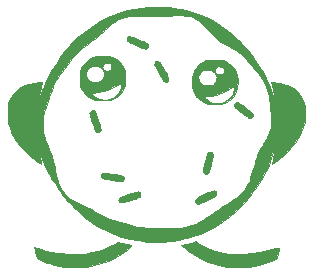
<source format=gts>
G04 #@! TF.FileFunction,Soldermask,Top*
%FSLAX46Y46*%
G04 Gerber Fmt 4.6, Leading zero omitted, Abs format (unit mm)*
G04 Created by KiCad (PCBNEW 4.0.6-e0-6349~53~ubuntu16.04.1) date Sun Nov  5 22:25:15 2017*
%MOMM*%
%LPD*%
G01*
G04 APERTURE LIST*
%ADD10C,0.100000*%
%ADD11C,0.010000*%
G04 APERTURE END LIST*
D10*
D11*
G36*
X43505695Y-55864403D02*
X43670276Y-55912105D01*
X43853686Y-55961716D01*
X44027185Y-56005588D01*
X44104447Y-56023708D01*
X44220634Y-56049744D01*
X44300972Y-56071546D01*
X44344243Y-56095112D01*
X44349229Y-56126442D01*
X44314714Y-56171535D01*
X44239480Y-56236392D01*
X44122308Y-56327010D01*
X44028375Y-56398528D01*
X43475822Y-56789627D01*
X42916060Y-57124885D01*
X42348631Y-57404499D01*
X41773079Y-57628665D01*
X41188947Y-57797582D01*
X40595777Y-57911446D01*
X40490388Y-57925806D01*
X40294183Y-57944571D01*
X40057078Y-57957181D01*
X39794279Y-57963665D01*
X39520991Y-57964049D01*
X39252418Y-57958363D01*
X39003767Y-57946634D01*
X38790243Y-57928890D01*
X38736803Y-57922590D01*
X38260962Y-57842948D01*
X37770863Y-57725614D01*
X37408556Y-57616359D01*
X37235810Y-57556692D01*
X37056747Y-57490063D01*
X36880723Y-57420446D01*
X36717099Y-57351811D01*
X36575232Y-57288132D01*
X36464482Y-57233379D01*
X36394207Y-57191525D01*
X36380118Y-57179885D01*
X36361422Y-57142346D01*
X36333349Y-57063138D01*
X36298921Y-56953362D01*
X36261162Y-56824122D01*
X36223095Y-56686520D01*
X36187742Y-56551660D01*
X36158128Y-56430645D01*
X36137275Y-56334577D01*
X36128206Y-56274560D01*
X36129756Y-56260392D01*
X36159867Y-56263201D01*
X36230320Y-56280447D01*
X36327894Y-56308760D01*
X36365544Y-56320513D01*
X36738611Y-56429289D01*
X37151169Y-56532250D01*
X37586306Y-56625716D01*
X38027109Y-56706003D01*
X38382223Y-56759597D01*
X38590120Y-56782346D01*
X38834772Y-56800226D01*
X39103652Y-56813066D01*
X39384232Y-56820695D01*
X39663988Y-56822942D01*
X39930392Y-56819635D01*
X40170919Y-56810604D01*
X40373041Y-56795678D01*
X40442445Y-56787743D01*
X41023734Y-56689906D01*
X41568793Y-56553208D01*
X42075887Y-56378238D01*
X42543282Y-56165587D01*
X42931722Y-55940426D01*
X43194785Y-55770012D01*
X43505695Y-55864403D01*
X43505695Y-55864403D01*
G37*
X43505695Y-55864403D02*
X43670276Y-55912105D01*
X43853686Y-55961716D01*
X44027185Y-56005588D01*
X44104447Y-56023708D01*
X44220634Y-56049744D01*
X44300972Y-56071546D01*
X44344243Y-56095112D01*
X44349229Y-56126442D01*
X44314714Y-56171535D01*
X44239480Y-56236392D01*
X44122308Y-56327010D01*
X44028375Y-56398528D01*
X43475822Y-56789627D01*
X42916060Y-57124885D01*
X42348631Y-57404499D01*
X41773079Y-57628665D01*
X41188947Y-57797582D01*
X40595777Y-57911446D01*
X40490388Y-57925806D01*
X40294183Y-57944571D01*
X40057078Y-57957181D01*
X39794279Y-57963665D01*
X39520991Y-57964049D01*
X39252418Y-57958363D01*
X39003767Y-57946634D01*
X38790243Y-57928890D01*
X38736803Y-57922590D01*
X38260962Y-57842948D01*
X37770863Y-57725614D01*
X37408556Y-57616359D01*
X37235810Y-57556692D01*
X37056747Y-57490063D01*
X36880723Y-57420446D01*
X36717099Y-57351811D01*
X36575232Y-57288132D01*
X36464482Y-57233379D01*
X36394207Y-57191525D01*
X36380118Y-57179885D01*
X36361422Y-57142346D01*
X36333349Y-57063138D01*
X36298921Y-56953362D01*
X36261162Y-56824122D01*
X36223095Y-56686520D01*
X36187742Y-56551660D01*
X36158128Y-56430645D01*
X36137275Y-56334577D01*
X36128206Y-56274560D01*
X36129756Y-56260392D01*
X36159867Y-56263201D01*
X36230320Y-56280447D01*
X36327894Y-56308760D01*
X36365544Y-56320513D01*
X36738611Y-56429289D01*
X37151169Y-56532250D01*
X37586306Y-56625716D01*
X38027109Y-56706003D01*
X38382223Y-56759597D01*
X38590120Y-56782346D01*
X38834772Y-56800226D01*
X39103652Y-56813066D01*
X39384232Y-56820695D01*
X39663988Y-56822942D01*
X39930392Y-56819635D01*
X40170919Y-56810604D01*
X40373041Y-56795678D01*
X40442445Y-56787743D01*
X41023734Y-56689906D01*
X41568793Y-56553208D01*
X42075887Y-56378238D01*
X42543282Y-56165587D01*
X42931722Y-55940426D01*
X43194785Y-55770012D01*
X43505695Y-55864403D01*
G36*
X49985465Y-55889118D02*
X50286852Y-56076521D01*
X50630602Y-56252289D01*
X51002894Y-56410179D01*
X51389906Y-56543949D01*
X51519667Y-56582064D01*
X52072020Y-56709604D01*
X52654252Y-56791494D01*
X53263256Y-56827883D01*
X53895924Y-56818924D01*
X54549150Y-56764767D01*
X55219825Y-56665564D01*
X55904843Y-56521467D01*
X56592612Y-56335178D01*
X56730744Y-56296699D01*
X56822316Y-56278096D01*
X56864817Y-56279828D01*
X56867645Y-56284957D01*
X56861022Y-56322417D01*
X56842847Y-56404290D01*
X56815518Y-56520293D01*
X56781432Y-56660146D01*
X56761358Y-56740777D01*
X56655203Y-57164111D01*
X56359324Y-57310612D01*
X56165212Y-57398984D01*
X55932742Y-57492438D01*
X55678892Y-57584921D01*
X55420638Y-57670381D01*
X55174959Y-57742767D01*
X55070051Y-57770205D01*
X54830121Y-57826916D01*
X54612163Y-57870924D01*
X54402344Y-57903844D01*
X54186829Y-57927291D01*
X53951785Y-57942882D01*
X53683377Y-57952231D01*
X53481112Y-57955769D01*
X53274954Y-57957159D01*
X53074794Y-57956315D01*
X52891709Y-57953448D01*
X52736776Y-57948772D01*
X52621073Y-57942499D01*
X52578000Y-57938425D01*
X51987907Y-57837884D01*
X51401247Y-57682579D01*
X50821876Y-57474189D01*
X50253652Y-57214392D01*
X49700431Y-56904868D01*
X49166070Y-56547294D01*
X48877974Y-56327862D01*
X48588554Y-56097291D01*
X49011288Y-55992828D01*
X49176356Y-55950960D01*
X49338933Y-55907826D01*
X49483278Y-55867727D01*
X49593652Y-55834965D01*
X49619976Y-55826484D01*
X49805931Y-55764603D01*
X49985465Y-55889118D01*
X49985465Y-55889118D01*
G37*
X49985465Y-55889118D02*
X50286852Y-56076521D01*
X50630602Y-56252289D01*
X51002894Y-56410179D01*
X51389906Y-56543949D01*
X51519667Y-56582064D01*
X52072020Y-56709604D01*
X52654252Y-56791494D01*
X53263256Y-56827883D01*
X53895924Y-56818924D01*
X54549150Y-56764767D01*
X55219825Y-56665564D01*
X55904843Y-56521467D01*
X56592612Y-56335178D01*
X56730744Y-56296699D01*
X56822316Y-56278096D01*
X56864817Y-56279828D01*
X56867645Y-56284957D01*
X56861022Y-56322417D01*
X56842847Y-56404290D01*
X56815518Y-56520293D01*
X56781432Y-56660146D01*
X56761358Y-56740777D01*
X56655203Y-57164111D01*
X56359324Y-57310612D01*
X56165212Y-57398984D01*
X55932742Y-57492438D01*
X55678892Y-57584921D01*
X55420638Y-57670381D01*
X55174959Y-57742767D01*
X55070051Y-57770205D01*
X54830121Y-57826916D01*
X54612163Y-57870924D01*
X54402344Y-57903844D01*
X54186829Y-57927291D01*
X53951785Y-57942882D01*
X53683377Y-57952231D01*
X53481112Y-57955769D01*
X53274954Y-57957159D01*
X53074794Y-57956315D01*
X52891709Y-57953448D01*
X52736776Y-57948772D01*
X52621073Y-57942499D01*
X52578000Y-57938425D01*
X51987907Y-57837884D01*
X51401247Y-57682579D01*
X50821876Y-57474189D01*
X50253652Y-57214392D01*
X49700431Y-56904868D01*
X49166070Y-56547294D01*
X48877974Y-56327862D01*
X48588554Y-56097291D01*
X49011288Y-55992828D01*
X49176356Y-55950960D01*
X49338933Y-55907826D01*
X49483278Y-55867727D01*
X49593652Y-55834965D01*
X49619976Y-55826484D01*
X49805931Y-55764603D01*
X49985465Y-55889118D01*
G36*
X46636552Y-35905500D02*
X46917958Y-35911801D01*
X47189295Y-35922066D01*
X47438172Y-35936042D01*
X47652196Y-35953475D01*
X47780223Y-35968365D01*
X48535579Y-36100316D01*
X49268859Y-36283766D01*
X49979035Y-36518264D01*
X50665075Y-36803356D01*
X51325952Y-37138589D01*
X51960634Y-37523510D01*
X52568092Y-37957667D01*
X52888445Y-38215787D01*
X53084359Y-38387831D01*
X53302096Y-38591899D01*
X53530188Y-38816281D01*
X53757167Y-39049269D01*
X53971565Y-39279153D01*
X54161914Y-39494225D01*
X54281472Y-39638111D01*
X54393335Y-39783624D01*
X54527469Y-39967739D01*
X54677194Y-40180603D01*
X54835829Y-40412361D01*
X54996696Y-40653162D01*
X55153113Y-40893152D01*
X55298403Y-41122476D01*
X55399745Y-41287672D01*
X55638180Y-41711799D01*
X55868638Y-42177240D01*
X56084283Y-42668877D01*
X56278281Y-43171590D01*
X56365408Y-43423525D01*
X56409221Y-43552301D01*
X56447221Y-43657969D01*
X56475818Y-43730986D01*
X56491424Y-43761808D01*
X56492704Y-43762037D01*
X56494682Y-43728278D01*
X56486194Y-43648933D01*
X56468976Y-43533524D01*
X56444765Y-43391574D01*
X56415297Y-43232606D01*
X56382309Y-43066144D01*
X56347539Y-42901708D01*
X56312722Y-42748824D01*
X56293902Y-42672000D01*
X56259674Y-42533837D01*
X56231992Y-42416655D01*
X56213141Y-42330571D01*
X56205410Y-42285701D01*
X56205679Y-42281673D01*
X56239808Y-42276998D01*
X56318548Y-42280765D01*
X56430943Y-42291519D01*
X56566032Y-42307805D01*
X56712859Y-42328168D01*
X56860464Y-42351153D01*
X56997890Y-42375306D01*
X57114179Y-42399170D01*
X57144299Y-42406301D01*
X57531745Y-42525414D01*
X57875834Y-42680646D01*
X58176696Y-42872138D01*
X58434465Y-43100028D01*
X58649272Y-43364455D01*
X58821248Y-43665559D01*
X58950527Y-44003479D01*
X59037240Y-44378353D01*
X59041984Y-44407666D01*
X59063588Y-44608832D01*
X59072976Y-44844890D01*
X59070558Y-45095719D01*
X59056743Y-45341197D01*
X59031940Y-45561202D01*
X59016729Y-45649444D01*
X58900088Y-46095280D01*
X58728268Y-46535487D01*
X58502399Y-46968367D01*
X58223611Y-47392225D01*
X57893032Y-47805364D01*
X57511792Y-48206088D01*
X57081021Y-48592700D01*
X57028820Y-48635801D01*
X56885159Y-48751032D01*
X56742497Y-48861174D01*
X56607538Y-48961504D01*
X56486985Y-49047303D01*
X56387541Y-49113850D01*
X56315910Y-49156426D01*
X56278796Y-49170309D01*
X56275112Y-49166553D01*
X56281185Y-49127041D01*
X56297365Y-49047411D01*
X56320593Y-48942432D01*
X56329758Y-48902711D01*
X56358720Y-48770872D01*
X56388822Y-48620852D01*
X56418253Y-48463345D01*
X56445203Y-48309044D01*
X56467865Y-48168646D01*
X56484428Y-48052842D01*
X56493082Y-47972329D01*
X56492764Y-47939289D01*
X56480691Y-47951586D01*
X56455673Y-48008607D01*
X56421370Y-48101127D01*
X56381669Y-48219221D01*
X56197672Y-48739343D01*
X55980727Y-49265347D01*
X55739472Y-49777928D01*
X55482546Y-50257779D01*
X55425806Y-50355296D01*
X55296478Y-50568806D01*
X55149547Y-50802370D01*
X54991767Y-51045935D01*
X54829891Y-51289449D01*
X54670675Y-51522858D01*
X54520873Y-51736108D01*
X54387239Y-51919145D01*
X54292755Y-52041777D01*
X53806191Y-52606693D01*
X53281415Y-53132302D01*
X52721420Y-53616557D01*
X52129201Y-54057412D01*
X51507751Y-54452819D01*
X50860064Y-54800730D01*
X50189134Y-55099098D01*
X49497953Y-55345876D01*
X49431223Y-55366600D01*
X48906334Y-55510741D01*
X48358331Y-55630149D01*
X47810890Y-55720141D01*
X47413334Y-55765659D01*
X47300450Y-55773089D01*
X47145556Y-55779299D01*
X46959507Y-55784222D01*
X46753158Y-55787789D01*
X46537364Y-55789932D01*
X46322980Y-55790584D01*
X46120860Y-55789676D01*
X45941861Y-55787140D01*
X45796836Y-55782908D01*
X45696640Y-55776913D01*
X45691778Y-55776444D01*
X44932802Y-55677671D01*
X44207785Y-55535421D01*
X43512916Y-55348166D01*
X42844386Y-55114375D01*
X42198384Y-54832519D01*
X41571099Y-54501068D01*
X40958722Y-54118492D01*
X40357442Y-53683262D01*
X40230778Y-53583878D01*
X40083901Y-53460380D01*
X39909632Y-53302984D01*
X39717085Y-53120843D01*
X39515377Y-52923111D01*
X39313619Y-52718941D01*
X39120928Y-52517484D01*
X38946416Y-52327895D01*
X38799199Y-52159326D01*
X38737334Y-52084111D01*
X38641588Y-51959227D01*
X38522467Y-51795680D01*
X38386284Y-51602814D01*
X38239351Y-51389971D01*
X38087982Y-51166496D01*
X37938487Y-50941733D01*
X37797181Y-50725024D01*
X37670375Y-50525714D01*
X37564381Y-50353146D01*
X37538812Y-50310074D01*
X37244591Y-49766569D01*
X36973184Y-49176814D01*
X36727548Y-48547396D01*
X36658907Y-48350591D01*
X36609132Y-48206321D01*
X36565336Y-48083803D01*
X36530736Y-47991691D01*
X36508551Y-47938636D01*
X36502212Y-47929270D01*
X36501442Y-47961354D01*
X36510208Y-48038598D01*
X36526755Y-48150858D01*
X36549325Y-48287990D01*
X36576162Y-48439850D01*
X36605511Y-48596295D01*
X36635614Y-48747181D01*
X36664715Y-48882365D01*
X36674803Y-48926059D01*
X36703426Y-49048337D01*
X36726465Y-49148928D01*
X36741248Y-49216022D01*
X36745334Y-49237719D01*
X36723770Y-49228290D01*
X36665404Y-49192562D01*
X36579722Y-49136537D01*
X36498389Y-49081483D01*
X36082630Y-48775572D01*
X35685490Y-48442625D01*
X35315402Y-48090862D01*
X34980801Y-47728506D01*
X34690122Y-47363775D01*
X34588759Y-47220124D01*
X34373918Y-46866488D01*
X34188200Y-46485646D01*
X34038182Y-46093307D01*
X33981022Y-45887391D01*
X36834461Y-45887391D01*
X36843410Y-46095635D01*
X36867867Y-46309207D01*
X36909426Y-46534911D01*
X36969677Y-46779553D01*
X37050215Y-47049939D01*
X37152633Y-47352876D01*
X37278522Y-47695168D01*
X37362850Y-47914234D01*
X37460882Y-48167002D01*
X37541336Y-48379250D01*
X37607831Y-48562769D01*
X37663986Y-48729352D01*
X37713420Y-48890792D01*
X37759751Y-49058881D01*
X37806598Y-49245412D01*
X37857579Y-49462177D01*
X37913712Y-49709404D01*
X38005230Y-50098404D01*
X38093187Y-50435107D01*
X38178836Y-50723453D01*
X38263428Y-50967384D01*
X38348215Y-51170842D01*
X38426632Y-51324198D01*
X38540364Y-51510984D01*
X38658971Y-51676724D01*
X38788541Y-51826070D01*
X38935164Y-51963675D01*
X39104927Y-52094190D01*
X39303921Y-52222267D01*
X39538235Y-52352559D01*
X39813956Y-52489717D01*
X40137175Y-52638394D01*
X40160223Y-52648678D01*
X40380504Y-52747524D01*
X40559747Y-52830112D01*
X40708871Y-52902232D01*
X40838798Y-52969674D01*
X40960450Y-53038226D01*
X41084749Y-53113679D01*
X41222615Y-53201820D01*
X41303313Y-53254603D01*
X41462825Y-53356521D01*
X41617163Y-53448080D01*
X41773190Y-53532127D01*
X41937769Y-53611511D01*
X42117763Y-53689076D01*
X42320034Y-53767672D01*
X42551445Y-53850143D01*
X42818858Y-53939338D01*
X43129137Y-54038103D01*
X43377556Y-54115085D01*
X43740162Y-54225057D01*
X44058898Y-54317742D01*
X44343085Y-54394741D01*
X44602044Y-54457656D01*
X44845094Y-54508088D01*
X45081556Y-54547639D01*
X45320751Y-54577910D01*
X45572000Y-54600502D01*
X45844622Y-54617018D01*
X46147939Y-54629057D01*
X46411445Y-54636362D01*
X46727275Y-54643918D01*
X46992963Y-54650036D01*
X47214794Y-54654718D01*
X47399050Y-54657966D01*
X47552017Y-54659780D01*
X47679979Y-54660162D01*
X47789219Y-54659112D01*
X47886022Y-54656633D01*
X47976672Y-54652725D01*
X48067453Y-54647389D01*
X48164649Y-54640627D01*
X48217667Y-54636708D01*
X48551828Y-54602683D01*
X48870661Y-54550216D01*
X49180192Y-54476687D01*
X49486449Y-54379477D01*
X49795456Y-54255964D01*
X50113242Y-54103530D01*
X50445832Y-53919554D01*
X50799252Y-53701416D01*
X51179530Y-53446497D01*
X51533778Y-53195027D01*
X51696415Y-53079355D01*
X51889415Y-52945672D01*
X52095278Y-52805886D01*
X52296505Y-52671908D01*
X52436889Y-52580446D01*
X52736617Y-52384877D01*
X52992474Y-52211509D01*
X53210213Y-52055642D01*
X53395585Y-51912577D01*
X53554343Y-51777615D01*
X53692238Y-51646056D01*
X53815023Y-51513202D01*
X53928450Y-51374353D01*
X53953583Y-51341388D01*
X54071234Y-51176296D01*
X54175765Y-51008406D01*
X54270122Y-50830375D01*
X54357253Y-50634856D01*
X54440103Y-50414504D01*
X54521619Y-50161974D01*
X54604747Y-49869920D01*
X54692432Y-49530997D01*
X54712889Y-49448352D01*
X54781503Y-49172085D01*
X54841460Y-48941184D01*
X54896770Y-48746012D01*
X54951443Y-48576930D01*
X55009487Y-48424300D01*
X55074913Y-48278483D01*
X55151730Y-48129843D01*
X55243948Y-47968739D01*
X55355576Y-47785535D01*
X55490623Y-47570591D01*
X55500608Y-47554817D01*
X55684319Y-47255762D01*
X55833533Y-46991980D01*
X55951272Y-46756578D01*
X56040557Y-46542660D01*
X56104411Y-46343331D01*
X56145856Y-46151695D01*
X56159789Y-46050707D01*
X56167173Y-45938173D01*
X56170256Y-45779652D01*
X56169407Y-45585410D01*
X56164998Y-45365711D01*
X56157398Y-45130820D01*
X56146978Y-44891000D01*
X56134108Y-44656518D01*
X56119158Y-44437637D01*
X56102498Y-44244622D01*
X56090749Y-44136421D01*
X56066323Y-43955128D01*
X56035305Y-43754926D01*
X56002004Y-43562387D01*
X55975854Y-43428084D01*
X55913524Y-43155902D01*
X55844113Y-42908618D01*
X55763452Y-42678428D01*
X55667372Y-42457529D01*
X55551705Y-42238117D01*
X55412281Y-42012390D01*
X55244930Y-41772542D01*
X55045485Y-41510771D01*
X54809775Y-41219272D01*
X54770379Y-41171714D01*
X54633527Y-41006429D01*
X54494408Y-40837483D01*
X54361874Y-40675694D01*
X54244780Y-40531880D01*
X54151980Y-40416861D01*
X54127347Y-40386000D01*
X53990821Y-40220960D01*
X53856851Y-40075107D01*
X53717813Y-39942666D01*
X53566081Y-39817863D01*
X53394031Y-39694923D01*
X53194037Y-39568072D01*
X52958475Y-39431536D01*
X52679719Y-39279540D01*
X52634445Y-39255441D01*
X52371028Y-39114293D01*
X52150062Y-38991798D01*
X51963374Y-38881648D01*
X51802789Y-38777537D01*
X51660132Y-38673156D01*
X51527229Y-38562198D01*
X51395907Y-38438356D01*
X51257990Y-38295323D01*
X51105305Y-38126791D01*
X50965617Y-37967746D01*
X50830908Y-37814984D01*
X50695828Y-37665057D01*
X50568995Y-37527293D01*
X50459025Y-37411019D01*
X50374535Y-37325561D01*
X50355590Y-37307463D01*
X50179224Y-37156555D01*
X49987641Y-37016715D01*
X49796570Y-36898394D01*
X49621743Y-36812042D01*
X49592294Y-36800352D01*
X49315052Y-36716333D01*
X48996583Y-36656887D01*
X48646978Y-36623081D01*
X48276327Y-36615979D01*
X47977778Y-36629764D01*
X47660770Y-36653339D01*
X47391823Y-36672706D01*
X47162725Y-36688029D01*
X46965263Y-36699471D01*
X46791224Y-36707198D01*
X46632394Y-36711372D01*
X46480561Y-36712157D01*
X46327513Y-36709718D01*
X46165035Y-36704219D01*
X45984914Y-36695823D01*
X45778939Y-36684694D01*
X45635149Y-36676522D01*
X45269845Y-36657745D01*
X44953497Y-36646688D01*
X44679084Y-36643857D01*
X44439580Y-36649756D01*
X44227962Y-36664891D01*
X44037206Y-36689767D01*
X43860289Y-36724888D01*
X43690186Y-36770759D01*
X43519873Y-36827885D01*
X43517471Y-36828761D01*
X43353807Y-36894040D01*
X43197003Y-36969410D01*
X43040902Y-37059365D01*
X42879346Y-37168400D01*
X42706178Y-37301009D01*
X42515240Y-37461685D01*
X42300374Y-37654924D01*
X42055422Y-37885219D01*
X42008778Y-37929882D01*
X41677755Y-38235372D01*
X41342394Y-38518765D01*
X40978667Y-38800403D01*
X40687004Y-39019645D01*
X40434806Y-39214425D01*
X40214761Y-39391867D01*
X40019555Y-39559094D01*
X39841875Y-39723232D01*
X39674409Y-39891404D01*
X39509844Y-40070736D01*
X39340865Y-40268351D01*
X39160162Y-40491374D01*
X38960419Y-40746929D01*
X38899844Y-40825595D01*
X38670522Y-41125960D01*
X38473355Y-41389028D01*
X38304605Y-41621064D01*
X38160533Y-41828333D01*
X38037399Y-42017098D01*
X37931464Y-42193625D01*
X37838990Y-42364177D01*
X37756237Y-42535020D01*
X37679467Y-42712417D01*
X37604940Y-42902634D01*
X37528918Y-43111934D01*
X37519855Y-43137666D01*
X37389504Y-43510576D01*
X37277396Y-43836021D01*
X37182075Y-44119433D01*
X37102088Y-44366244D01*
X37035978Y-44581883D01*
X36982292Y-44771784D01*
X36939574Y-44941376D01*
X36906369Y-45096092D01*
X36881222Y-45241363D01*
X36862678Y-45382620D01*
X36849282Y-45525294D01*
X36839579Y-45674817D01*
X36839426Y-45677666D01*
X36834461Y-45887391D01*
X33981022Y-45887391D01*
X33930441Y-45705180D01*
X33907548Y-45593000D01*
X33884545Y-45417860D01*
X33871719Y-45206135D01*
X33868651Y-44973100D01*
X33874926Y-44734027D01*
X33890125Y-44504191D01*
X33913830Y-44298866D01*
X33945625Y-44133324D01*
X33947662Y-44125444D01*
X34017529Y-43910305D01*
X34113401Y-43686509D01*
X34226523Y-43471049D01*
X34348140Y-43280921D01*
X34446019Y-43158088D01*
X34701684Y-42917974D01*
X34999170Y-42715764D01*
X35338475Y-42551460D01*
X35719595Y-42425064D01*
X36142527Y-42336576D01*
X36545022Y-42290388D01*
X36668012Y-42281682D01*
X36744415Y-42279148D01*
X36783879Y-42284068D01*
X36796049Y-42297724D01*
X36790572Y-42321398D01*
X36789980Y-42322941D01*
X36767275Y-42394660D01*
X36736812Y-42509022D01*
X36701514Y-42653244D01*
X36664306Y-42814546D01*
X36628113Y-42980144D01*
X36595859Y-43137259D01*
X36570471Y-43273107D01*
X36564666Y-43307582D01*
X36543189Y-43439476D01*
X36523325Y-43561240D01*
X36507996Y-43654982D01*
X36502574Y-43688000D01*
X36494600Y-43750911D01*
X36499248Y-43768192D01*
X36517275Y-43738187D01*
X36549439Y-43659239D01*
X36596497Y-43529691D01*
X36659205Y-43347885D01*
X36662712Y-43337551D01*
X36787699Y-42984031D01*
X36916522Y-42652300D01*
X37053622Y-42333668D01*
X37203436Y-42019444D01*
X37370404Y-41700939D01*
X37558966Y-41369463D01*
X37773560Y-41016325D01*
X38018627Y-40632835D01*
X38134539Y-40456348D01*
X38352892Y-40133836D01*
X38557404Y-39849337D01*
X38758429Y-39589868D01*
X38966324Y-39342448D01*
X39191441Y-39094092D01*
X39369514Y-38907911D01*
X39915343Y-38387196D01*
X40492322Y-37912694D01*
X41098287Y-37485432D01*
X41731073Y-37106436D01*
X42388515Y-36776732D01*
X43068449Y-36497349D01*
X43768709Y-36269312D01*
X44487133Y-36093648D01*
X45221554Y-35971385D01*
X45658077Y-35924999D01*
X45855840Y-35912913D01*
X46093101Y-35905803D01*
X46357469Y-35903416D01*
X46636552Y-35905500D01*
X46636552Y-35905500D01*
G37*
X46636552Y-35905500D02*
X46917958Y-35911801D01*
X47189295Y-35922066D01*
X47438172Y-35936042D01*
X47652196Y-35953475D01*
X47780223Y-35968365D01*
X48535579Y-36100316D01*
X49268859Y-36283766D01*
X49979035Y-36518264D01*
X50665075Y-36803356D01*
X51325952Y-37138589D01*
X51960634Y-37523510D01*
X52568092Y-37957667D01*
X52888445Y-38215787D01*
X53084359Y-38387831D01*
X53302096Y-38591899D01*
X53530188Y-38816281D01*
X53757167Y-39049269D01*
X53971565Y-39279153D01*
X54161914Y-39494225D01*
X54281472Y-39638111D01*
X54393335Y-39783624D01*
X54527469Y-39967739D01*
X54677194Y-40180603D01*
X54835829Y-40412361D01*
X54996696Y-40653162D01*
X55153113Y-40893152D01*
X55298403Y-41122476D01*
X55399745Y-41287672D01*
X55638180Y-41711799D01*
X55868638Y-42177240D01*
X56084283Y-42668877D01*
X56278281Y-43171590D01*
X56365408Y-43423525D01*
X56409221Y-43552301D01*
X56447221Y-43657969D01*
X56475818Y-43730986D01*
X56491424Y-43761808D01*
X56492704Y-43762037D01*
X56494682Y-43728278D01*
X56486194Y-43648933D01*
X56468976Y-43533524D01*
X56444765Y-43391574D01*
X56415297Y-43232606D01*
X56382309Y-43066144D01*
X56347539Y-42901708D01*
X56312722Y-42748824D01*
X56293902Y-42672000D01*
X56259674Y-42533837D01*
X56231992Y-42416655D01*
X56213141Y-42330571D01*
X56205410Y-42285701D01*
X56205679Y-42281673D01*
X56239808Y-42276998D01*
X56318548Y-42280765D01*
X56430943Y-42291519D01*
X56566032Y-42307805D01*
X56712859Y-42328168D01*
X56860464Y-42351153D01*
X56997890Y-42375306D01*
X57114179Y-42399170D01*
X57144299Y-42406301D01*
X57531745Y-42525414D01*
X57875834Y-42680646D01*
X58176696Y-42872138D01*
X58434465Y-43100028D01*
X58649272Y-43364455D01*
X58821248Y-43665559D01*
X58950527Y-44003479D01*
X59037240Y-44378353D01*
X59041984Y-44407666D01*
X59063588Y-44608832D01*
X59072976Y-44844890D01*
X59070558Y-45095719D01*
X59056743Y-45341197D01*
X59031940Y-45561202D01*
X59016729Y-45649444D01*
X58900088Y-46095280D01*
X58728268Y-46535487D01*
X58502399Y-46968367D01*
X58223611Y-47392225D01*
X57893032Y-47805364D01*
X57511792Y-48206088D01*
X57081021Y-48592700D01*
X57028820Y-48635801D01*
X56885159Y-48751032D01*
X56742497Y-48861174D01*
X56607538Y-48961504D01*
X56486985Y-49047303D01*
X56387541Y-49113850D01*
X56315910Y-49156426D01*
X56278796Y-49170309D01*
X56275112Y-49166553D01*
X56281185Y-49127041D01*
X56297365Y-49047411D01*
X56320593Y-48942432D01*
X56329758Y-48902711D01*
X56358720Y-48770872D01*
X56388822Y-48620852D01*
X56418253Y-48463345D01*
X56445203Y-48309044D01*
X56467865Y-48168646D01*
X56484428Y-48052842D01*
X56493082Y-47972329D01*
X56492764Y-47939289D01*
X56480691Y-47951586D01*
X56455673Y-48008607D01*
X56421370Y-48101127D01*
X56381669Y-48219221D01*
X56197672Y-48739343D01*
X55980727Y-49265347D01*
X55739472Y-49777928D01*
X55482546Y-50257779D01*
X55425806Y-50355296D01*
X55296478Y-50568806D01*
X55149547Y-50802370D01*
X54991767Y-51045935D01*
X54829891Y-51289449D01*
X54670675Y-51522858D01*
X54520873Y-51736108D01*
X54387239Y-51919145D01*
X54292755Y-52041777D01*
X53806191Y-52606693D01*
X53281415Y-53132302D01*
X52721420Y-53616557D01*
X52129201Y-54057412D01*
X51507751Y-54452819D01*
X50860064Y-54800730D01*
X50189134Y-55099098D01*
X49497953Y-55345876D01*
X49431223Y-55366600D01*
X48906334Y-55510741D01*
X48358331Y-55630149D01*
X47810890Y-55720141D01*
X47413334Y-55765659D01*
X47300450Y-55773089D01*
X47145556Y-55779299D01*
X46959507Y-55784222D01*
X46753158Y-55787789D01*
X46537364Y-55789932D01*
X46322980Y-55790584D01*
X46120860Y-55789676D01*
X45941861Y-55787140D01*
X45796836Y-55782908D01*
X45696640Y-55776913D01*
X45691778Y-55776444D01*
X44932802Y-55677671D01*
X44207785Y-55535421D01*
X43512916Y-55348166D01*
X42844386Y-55114375D01*
X42198384Y-54832519D01*
X41571099Y-54501068D01*
X40958722Y-54118492D01*
X40357442Y-53683262D01*
X40230778Y-53583878D01*
X40083901Y-53460380D01*
X39909632Y-53302984D01*
X39717085Y-53120843D01*
X39515377Y-52923111D01*
X39313619Y-52718941D01*
X39120928Y-52517484D01*
X38946416Y-52327895D01*
X38799199Y-52159326D01*
X38737334Y-52084111D01*
X38641588Y-51959227D01*
X38522467Y-51795680D01*
X38386284Y-51602814D01*
X38239351Y-51389971D01*
X38087982Y-51166496D01*
X37938487Y-50941733D01*
X37797181Y-50725024D01*
X37670375Y-50525714D01*
X37564381Y-50353146D01*
X37538812Y-50310074D01*
X37244591Y-49766569D01*
X36973184Y-49176814D01*
X36727548Y-48547396D01*
X36658907Y-48350591D01*
X36609132Y-48206321D01*
X36565336Y-48083803D01*
X36530736Y-47991691D01*
X36508551Y-47938636D01*
X36502212Y-47929270D01*
X36501442Y-47961354D01*
X36510208Y-48038598D01*
X36526755Y-48150858D01*
X36549325Y-48287990D01*
X36576162Y-48439850D01*
X36605511Y-48596295D01*
X36635614Y-48747181D01*
X36664715Y-48882365D01*
X36674803Y-48926059D01*
X36703426Y-49048337D01*
X36726465Y-49148928D01*
X36741248Y-49216022D01*
X36745334Y-49237719D01*
X36723770Y-49228290D01*
X36665404Y-49192562D01*
X36579722Y-49136537D01*
X36498389Y-49081483D01*
X36082630Y-48775572D01*
X35685490Y-48442625D01*
X35315402Y-48090862D01*
X34980801Y-47728506D01*
X34690122Y-47363775D01*
X34588759Y-47220124D01*
X34373918Y-46866488D01*
X34188200Y-46485646D01*
X34038182Y-46093307D01*
X33981022Y-45887391D01*
X36834461Y-45887391D01*
X36843410Y-46095635D01*
X36867867Y-46309207D01*
X36909426Y-46534911D01*
X36969677Y-46779553D01*
X37050215Y-47049939D01*
X37152633Y-47352876D01*
X37278522Y-47695168D01*
X37362850Y-47914234D01*
X37460882Y-48167002D01*
X37541336Y-48379250D01*
X37607831Y-48562769D01*
X37663986Y-48729352D01*
X37713420Y-48890792D01*
X37759751Y-49058881D01*
X37806598Y-49245412D01*
X37857579Y-49462177D01*
X37913712Y-49709404D01*
X38005230Y-50098404D01*
X38093187Y-50435107D01*
X38178836Y-50723453D01*
X38263428Y-50967384D01*
X38348215Y-51170842D01*
X38426632Y-51324198D01*
X38540364Y-51510984D01*
X38658971Y-51676724D01*
X38788541Y-51826070D01*
X38935164Y-51963675D01*
X39104927Y-52094190D01*
X39303921Y-52222267D01*
X39538235Y-52352559D01*
X39813956Y-52489717D01*
X40137175Y-52638394D01*
X40160223Y-52648678D01*
X40380504Y-52747524D01*
X40559747Y-52830112D01*
X40708871Y-52902232D01*
X40838798Y-52969674D01*
X40960450Y-53038226D01*
X41084749Y-53113679D01*
X41222615Y-53201820D01*
X41303313Y-53254603D01*
X41462825Y-53356521D01*
X41617163Y-53448080D01*
X41773190Y-53532127D01*
X41937769Y-53611511D01*
X42117763Y-53689076D01*
X42320034Y-53767672D01*
X42551445Y-53850143D01*
X42818858Y-53939338D01*
X43129137Y-54038103D01*
X43377556Y-54115085D01*
X43740162Y-54225057D01*
X44058898Y-54317742D01*
X44343085Y-54394741D01*
X44602044Y-54457656D01*
X44845094Y-54508088D01*
X45081556Y-54547639D01*
X45320751Y-54577910D01*
X45572000Y-54600502D01*
X45844622Y-54617018D01*
X46147939Y-54629057D01*
X46411445Y-54636362D01*
X46727275Y-54643918D01*
X46992963Y-54650036D01*
X47214794Y-54654718D01*
X47399050Y-54657966D01*
X47552017Y-54659780D01*
X47679979Y-54660162D01*
X47789219Y-54659112D01*
X47886022Y-54656633D01*
X47976672Y-54652725D01*
X48067453Y-54647389D01*
X48164649Y-54640627D01*
X48217667Y-54636708D01*
X48551828Y-54602683D01*
X48870661Y-54550216D01*
X49180192Y-54476687D01*
X49486449Y-54379477D01*
X49795456Y-54255964D01*
X50113242Y-54103530D01*
X50445832Y-53919554D01*
X50799252Y-53701416D01*
X51179530Y-53446497D01*
X51533778Y-53195027D01*
X51696415Y-53079355D01*
X51889415Y-52945672D01*
X52095278Y-52805886D01*
X52296505Y-52671908D01*
X52436889Y-52580446D01*
X52736617Y-52384877D01*
X52992474Y-52211509D01*
X53210213Y-52055642D01*
X53395585Y-51912577D01*
X53554343Y-51777615D01*
X53692238Y-51646056D01*
X53815023Y-51513202D01*
X53928450Y-51374353D01*
X53953583Y-51341388D01*
X54071234Y-51176296D01*
X54175765Y-51008406D01*
X54270122Y-50830375D01*
X54357253Y-50634856D01*
X54440103Y-50414504D01*
X54521619Y-50161974D01*
X54604747Y-49869920D01*
X54692432Y-49530997D01*
X54712889Y-49448352D01*
X54781503Y-49172085D01*
X54841460Y-48941184D01*
X54896770Y-48746012D01*
X54951443Y-48576930D01*
X55009487Y-48424300D01*
X55074913Y-48278483D01*
X55151730Y-48129843D01*
X55243948Y-47968739D01*
X55355576Y-47785535D01*
X55490623Y-47570591D01*
X55500608Y-47554817D01*
X55684319Y-47255762D01*
X55833533Y-46991980D01*
X55951272Y-46756578D01*
X56040557Y-46542660D01*
X56104411Y-46343331D01*
X56145856Y-46151695D01*
X56159789Y-46050707D01*
X56167173Y-45938173D01*
X56170256Y-45779652D01*
X56169407Y-45585410D01*
X56164998Y-45365711D01*
X56157398Y-45130820D01*
X56146978Y-44891000D01*
X56134108Y-44656518D01*
X56119158Y-44437637D01*
X56102498Y-44244622D01*
X56090749Y-44136421D01*
X56066323Y-43955128D01*
X56035305Y-43754926D01*
X56002004Y-43562387D01*
X55975854Y-43428084D01*
X55913524Y-43155902D01*
X55844113Y-42908618D01*
X55763452Y-42678428D01*
X55667372Y-42457529D01*
X55551705Y-42238117D01*
X55412281Y-42012390D01*
X55244930Y-41772542D01*
X55045485Y-41510771D01*
X54809775Y-41219272D01*
X54770379Y-41171714D01*
X54633527Y-41006429D01*
X54494408Y-40837483D01*
X54361874Y-40675694D01*
X54244780Y-40531880D01*
X54151980Y-40416861D01*
X54127347Y-40386000D01*
X53990821Y-40220960D01*
X53856851Y-40075107D01*
X53717813Y-39942666D01*
X53566081Y-39817863D01*
X53394031Y-39694923D01*
X53194037Y-39568072D01*
X52958475Y-39431536D01*
X52679719Y-39279540D01*
X52634445Y-39255441D01*
X52371028Y-39114293D01*
X52150062Y-38991798D01*
X51963374Y-38881648D01*
X51802789Y-38777537D01*
X51660132Y-38673156D01*
X51527229Y-38562198D01*
X51395907Y-38438356D01*
X51257990Y-38295323D01*
X51105305Y-38126791D01*
X50965617Y-37967746D01*
X50830908Y-37814984D01*
X50695828Y-37665057D01*
X50568995Y-37527293D01*
X50459025Y-37411019D01*
X50374535Y-37325561D01*
X50355590Y-37307463D01*
X50179224Y-37156555D01*
X49987641Y-37016715D01*
X49796570Y-36898394D01*
X49621743Y-36812042D01*
X49592294Y-36800352D01*
X49315052Y-36716333D01*
X48996583Y-36656887D01*
X48646978Y-36623081D01*
X48276327Y-36615979D01*
X47977778Y-36629764D01*
X47660770Y-36653339D01*
X47391823Y-36672706D01*
X47162725Y-36688029D01*
X46965263Y-36699471D01*
X46791224Y-36707198D01*
X46632394Y-36711372D01*
X46480561Y-36712157D01*
X46327513Y-36709718D01*
X46165035Y-36704219D01*
X45984914Y-36695823D01*
X45778939Y-36684694D01*
X45635149Y-36676522D01*
X45269845Y-36657745D01*
X44953497Y-36646688D01*
X44679084Y-36643857D01*
X44439580Y-36649756D01*
X44227962Y-36664891D01*
X44037206Y-36689767D01*
X43860289Y-36724888D01*
X43690186Y-36770759D01*
X43519873Y-36827885D01*
X43517471Y-36828761D01*
X43353807Y-36894040D01*
X43197003Y-36969410D01*
X43040902Y-37059365D01*
X42879346Y-37168400D01*
X42706178Y-37301009D01*
X42515240Y-37461685D01*
X42300374Y-37654924D01*
X42055422Y-37885219D01*
X42008778Y-37929882D01*
X41677755Y-38235372D01*
X41342394Y-38518765D01*
X40978667Y-38800403D01*
X40687004Y-39019645D01*
X40434806Y-39214425D01*
X40214761Y-39391867D01*
X40019555Y-39559094D01*
X39841875Y-39723232D01*
X39674409Y-39891404D01*
X39509844Y-40070736D01*
X39340865Y-40268351D01*
X39160162Y-40491374D01*
X38960419Y-40746929D01*
X38899844Y-40825595D01*
X38670522Y-41125960D01*
X38473355Y-41389028D01*
X38304605Y-41621064D01*
X38160533Y-41828333D01*
X38037399Y-42017098D01*
X37931464Y-42193625D01*
X37838990Y-42364177D01*
X37756237Y-42535020D01*
X37679467Y-42712417D01*
X37604940Y-42902634D01*
X37528918Y-43111934D01*
X37519855Y-43137666D01*
X37389504Y-43510576D01*
X37277396Y-43836021D01*
X37182075Y-44119433D01*
X37102088Y-44366244D01*
X37035978Y-44581883D01*
X36982292Y-44771784D01*
X36939574Y-44941376D01*
X36906369Y-45096092D01*
X36881222Y-45241363D01*
X36862678Y-45382620D01*
X36849282Y-45525294D01*
X36839579Y-45674817D01*
X36839426Y-45677666D01*
X36834461Y-45887391D01*
X33981022Y-45887391D01*
X33930441Y-45705180D01*
X33907548Y-45593000D01*
X33884545Y-45417860D01*
X33871719Y-45206135D01*
X33868651Y-44973100D01*
X33874926Y-44734027D01*
X33890125Y-44504191D01*
X33913830Y-44298866D01*
X33945625Y-44133324D01*
X33947662Y-44125444D01*
X34017529Y-43910305D01*
X34113401Y-43686509D01*
X34226523Y-43471049D01*
X34348140Y-43280921D01*
X34446019Y-43158088D01*
X34701684Y-42917974D01*
X34999170Y-42715764D01*
X35338475Y-42551460D01*
X35719595Y-42425064D01*
X36142527Y-42336576D01*
X36545022Y-42290388D01*
X36668012Y-42281682D01*
X36744415Y-42279148D01*
X36783879Y-42284068D01*
X36796049Y-42297724D01*
X36790572Y-42321398D01*
X36789980Y-42322941D01*
X36767275Y-42394660D01*
X36736812Y-42509022D01*
X36701514Y-42653244D01*
X36664306Y-42814546D01*
X36628113Y-42980144D01*
X36595859Y-43137259D01*
X36570471Y-43273107D01*
X36564666Y-43307582D01*
X36543189Y-43439476D01*
X36523325Y-43561240D01*
X36507996Y-43654982D01*
X36502574Y-43688000D01*
X36494600Y-43750911D01*
X36499248Y-43768192D01*
X36517275Y-43738187D01*
X36549439Y-43659239D01*
X36596497Y-43529691D01*
X36659205Y-43347885D01*
X36662712Y-43337551D01*
X36787699Y-42984031D01*
X36916522Y-42652300D01*
X37053622Y-42333668D01*
X37203436Y-42019444D01*
X37370404Y-41700939D01*
X37558966Y-41369463D01*
X37773560Y-41016325D01*
X38018627Y-40632835D01*
X38134539Y-40456348D01*
X38352892Y-40133836D01*
X38557404Y-39849337D01*
X38758429Y-39589868D01*
X38966324Y-39342448D01*
X39191441Y-39094092D01*
X39369514Y-38907911D01*
X39915343Y-38387196D01*
X40492322Y-37912694D01*
X41098287Y-37485432D01*
X41731073Y-37106436D01*
X42388515Y-36776732D01*
X43068449Y-36497349D01*
X43768709Y-36269312D01*
X44487133Y-36093648D01*
X45221554Y-35971385D01*
X45658077Y-35924999D01*
X45855840Y-35912913D01*
X46093101Y-35905803D01*
X46357469Y-35903416D01*
X46636552Y-35905500D01*
G36*
X51422508Y-51460686D02*
X51502269Y-51523313D01*
X51550875Y-51612982D01*
X51561865Y-51716505D01*
X51528780Y-51820695D01*
X51515568Y-51841510D01*
X51476913Y-51872709D01*
X51395005Y-51922867D01*
X51278129Y-51987933D01*
X51134574Y-52063854D01*
X50972624Y-52146577D01*
X50800568Y-52232049D01*
X50626690Y-52316218D01*
X50459279Y-52395030D01*
X50306620Y-52464434D01*
X50176999Y-52520377D01*
X50078705Y-52558805D01*
X50020022Y-52575666D01*
X50013580Y-52576090D01*
X49931057Y-52563144D01*
X49878942Y-52544991D01*
X49804167Y-52480002D01*
X49765130Y-52383671D01*
X49765730Y-52271265D01*
X49789717Y-52195723D01*
X49825765Y-52159915D01*
X49905463Y-52105699D01*
X50020673Y-52037108D01*
X50163253Y-51958178D01*
X50325064Y-51872942D01*
X50497965Y-51785435D01*
X50673817Y-51699690D01*
X50844480Y-51619742D01*
X51001812Y-51549624D01*
X51137676Y-51493372D01*
X51243929Y-51455019D01*
X51312432Y-51438600D01*
X51318051Y-51438289D01*
X51422508Y-51460686D01*
X51422508Y-51460686D01*
G37*
X51422508Y-51460686D02*
X51502269Y-51523313D01*
X51550875Y-51612982D01*
X51561865Y-51716505D01*
X51528780Y-51820695D01*
X51515568Y-51841510D01*
X51476913Y-51872709D01*
X51395005Y-51922867D01*
X51278129Y-51987933D01*
X51134574Y-52063854D01*
X50972624Y-52146577D01*
X50800568Y-52232049D01*
X50626690Y-52316218D01*
X50459279Y-52395030D01*
X50306620Y-52464434D01*
X50176999Y-52520377D01*
X50078705Y-52558805D01*
X50020022Y-52575666D01*
X50013580Y-52576090D01*
X49931057Y-52563144D01*
X49878942Y-52544991D01*
X49804167Y-52480002D01*
X49765130Y-52383671D01*
X49765730Y-52271265D01*
X49789717Y-52195723D01*
X49825765Y-52159915D01*
X49905463Y-52105699D01*
X50020673Y-52037108D01*
X50163253Y-51958178D01*
X50325064Y-51872942D01*
X50497965Y-51785435D01*
X50673817Y-51699690D01*
X50844480Y-51619742D01*
X51001812Y-51549624D01*
X51137676Y-51493372D01*
X51243929Y-51455019D01*
X51312432Y-51438600D01*
X51318051Y-51438289D01*
X51422508Y-51460686D01*
G36*
X44978576Y-51551325D02*
X45052972Y-51592270D01*
X45100608Y-51640428D01*
X45122444Y-51700323D01*
X45127334Y-51785452D01*
X45118008Y-51888772D01*
X45086703Y-51954893D01*
X45071852Y-51970351D01*
X45025800Y-51995861D01*
X44934341Y-52033659D01*
X44806447Y-52080914D01*
X44651093Y-52134796D01*
X44477253Y-52192473D01*
X44293900Y-52251115D01*
X44110008Y-52307891D01*
X43934551Y-52359968D01*
X43776503Y-52404518D01*
X43644838Y-52438708D01*
X43548529Y-52459708D01*
X43503509Y-52465111D01*
X43414465Y-52457026D01*
X43355451Y-52425910D01*
X43323160Y-52390749D01*
X43280516Y-52307198D01*
X43264667Y-52222990D01*
X43268027Y-52167398D01*
X43281797Y-52119710D01*
X43311510Y-52076894D01*
X43362699Y-52035916D01*
X43440898Y-51993742D01*
X43551640Y-51947339D01*
X43700460Y-51893674D01*
X43892889Y-51829713D01*
X44107437Y-51760998D01*
X44302220Y-51700070D01*
X44482750Y-51645314D01*
X44641027Y-51599021D01*
X44769051Y-51563480D01*
X44858820Y-51540984D01*
X44900909Y-51533777D01*
X44978576Y-51551325D01*
X44978576Y-51551325D01*
G37*
X44978576Y-51551325D02*
X45052972Y-51592270D01*
X45100608Y-51640428D01*
X45122444Y-51700323D01*
X45127334Y-51785452D01*
X45118008Y-51888772D01*
X45086703Y-51954893D01*
X45071852Y-51970351D01*
X45025800Y-51995861D01*
X44934341Y-52033659D01*
X44806447Y-52080914D01*
X44651093Y-52134796D01*
X44477253Y-52192473D01*
X44293900Y-52251115D01*
X44110008Y-52307891D01*
X43934551Y-52359968D01*
X43776503Y-52404518D01*
X43644838Y-52438708D01*
X43548529Y-52459708D01*
X43503509Y-52465111D01*
X43414465Y-52457026D01*
X43355451Y-52425910D01*
X43323160Y-52390749D01*
X43280516Y-52307198D01*
X43264667Y-52222990D01*
X43268027Y-52167398D01*
X43281797Y-52119710D01*
X43311510Y-52076894D01*
X43362699Y-52035916D01*
X43440898Y-51993742D01*
X43551640Y-51947339D01*
X43700460Y-51893674D01*
X43892889Y-51829713D01*
X44107437Y-51760998D01*
X44302220Y-51700070D01*
X44482750Y-51645314D01*
X44641027Y-51599021D01*
X44769051Y-51563480D01*
X44858820Y-51540984D01*
X44900909Y-51533777D01*
X44978576Y-51551325D01*
G36*
X42007000Y-49941308D02*
X42102194Y-49949848D01*
X42236983Y-49965831D01*
X42403345Y-49988229D01*
X42593258Y-50016015D01*
X42798699Y-50048163D01*
X42813112Y-50050494D01*
X43042535Y-50087943D01*
X43222800Y-50118261D01*
X43360515Y-50143018D01*
X43462292Y-50163783D01*
X43534740Y-50182127D01*
X43584470Y-50199619D01*
X43618093Y-50217827D01*
X43642219Y-50238322D01*
X43652723Y-50249844D01*
X43705665Y-50350882D01*
X43710753Y-50464011D01*
X43667713Y-50570959D01*
X43657730Y-50584527D01*
X43618959Y-50626070D01*
X43574249Y-50647952D01*
X43505405Y-50655729D01*
X43424896Y-50655606D01*
X43337308Y-50649700D01*
X43208016Y-50635503D01*
X43050857Y-50614792D01*
X42879668Y-50589342D01*
X42770778Y-50571664D01*
X42595668Y-50542256D01*
X42423977Y-50513479D01*
X42270205Y-50487759D01*
X42148852Y-50467523D01*
X42097433Y-50458990D01*
X41959254Y-50428222D01*
X41868934Y-50385626D01*
X41818071Y-50323944D01*
X41798264Y-50235917D01*
X41797112Y-50199501D01*
X41816047Y-50072458D01*
X41871491Y-49985147D01*
X41959424Y-49941236D01*
X42007000Y-49941308D01*
X42007000Y-49941308D01*
G37*
X42007000Y-49941308D02*
X42102194Y-49949848D01*
X42236983Y-49965831D01*
X42403345Y-49988229D01*
X42593258Y-50016015D01*
X42798699Y-50048163D01*
X42813112Y-50050494D01*
X43042535Y-50087943D01*
X43222800Y-50118261D01*
X43360515Y-50143018D01*
X43462292Y-50163783D01*
X43534740Y-50182127D01*
X43584470Y-50199619D01*
X43618093Y-50217827D01*
X43642219Y-50238322D01*
X43652723Y-50249844D01*
X43705665Y-50350882D01*
X43710753Y-50464011D01*
X43667713Y-50570959D01*
X43657730Y-50584527D01*
X43618959Y-50626070D01*
X43574249Y-50647952D01*
X43505405Y-50655729D01*
X43424896Y-50655606D01*
X43337308Y-50649700D01*
X43208016Y-50635503D01*
X43050857Y-50614792D01*
X42879668Y-50589342D01*
X42770778Y-50571664D01*
X42595668Y-50542256D01*
X42423977Y-50513479D01*
X42270205Y-50487759D01*
X42148852Y-50467523D01*
X42097433Y-50458990D01*
X41959254Y-50428222D01*
X41868934Y-50385626D01*
X41818071Y-50323944D01*
X41798264Y-50235917D01*
X41797112Y-50199501D01*
X41816047Y-50072458D01*
X41871491Y-49985147D01*
X41959424Y-49941236D01*
X42007000Y-49941308D01*
G36*
X51037644Y-48156412D02*
X51151347Y-48193578D01*
X51222939Y-48268086D01*
X51251142Y-48378505D01*
X51251556Y-48396209D01*
X51244497Y-48466432D01*
X51224855Y-48577907D01*
X51194937Y-48721615D01*
X51157047Y-48888537D01*
X51113491Y-49069655D01*
X51066573Y-49255951D01*
X51018600Y-49438405D01*
X50971875Y-49608001D01*
X50928705Y-49755719D01*
X50891395Y-49872541D01*
X50862249Y-49949449D01*
X50848130Y-49974500D01*
X50767174Y-50025988D01*
X50664030Y-50043385D01*
X50560035Y-50027293D01*
X50476530Y-49978314D01*
X50463382Y-49963638D01*
X50422072Y-49891828D01*
X50404889Y-49823596D01*
X50404889Y-49823593D01*
X50411497Y-49779451D01*
X50430125Y-49688472D01*
X50458980Y-49558545D01*
X50496267Y-49397562D01*
X50540193Y-49213413D01*
X50588465Y-49016010D01*
X50644682Y-48790633D01*
X50690140Y-48613666D01*
X50726937Y-48478561D01*
X50757174Y-48378767D01*
X50782947Y-48307736D01*
X50806358Y-48258918D01*
X50829504Y-48225763D01*
X50847563Y-48207579D01*
X50912170Y-48163325D01*
X50982484Y-48151538D01*
X51037644Y-48156412D01*
X51037644Y-48156412D01*
G37*
X51037644Y-48156412D02*
X51151347Y-48193578D01*
X51222939Y-48268086D01*
X51251142Y-48378505D01*
X51251556Y-48396209D01*
X51244497Y-48466432D01*
X51224855Y-48577907D01*
X51194937Y-48721615D01*
X51157047Y-48888537D01*
X51113491Y-49069655D01*
X51066573Y-49255951D01*
X51018600Y-49438405D01*
X50971875Y-49608001D01*
X50928705Y-49755719D01*
X50891395Y-49872541D01*
X50862249Y-49949449D01*
X50848130Y-49974500D01*
X50767174Y-50025988D01*
X50664030Y-50043385D01*
X50560035Y-50027293D01*
X50476530Y-49978314D01*
X50463382Y-49963638D01*
X50422072Y-49891828D01*
X50404889Y-49823596D01*
X50404889Y-49823593D01*
X50411497Y-49779451D01*
X50430125Y-49688472D01*
X50458980Y-49558545D01*
X50496267Y-49397562D01*
X50540193Y-49213413D01*
X50588465Y-49016010D01*
X50644682Y-48790633D01*
X50690140Y-48613666D01*
X50726937Y-48478561D01*
X50757174Y-48378767D01*
X50782947Y-48307736D01*
X50806358Y-48258918D01*
X50829504Y-48225763D01*
X50847563Y-48207579D01*
X50912170Y-48163325D01*
X50982484Y-48151538D01*
X51037644Y-48156412D01*
G36*
X41105335Y-44650275D02*
X41153197Y-44662089D01*
X41195902Y-44688483D01*
X41236545Y-44734942D01*
X41278223Y-44806950D01*
X41324029Y-44909992D01*
X41377059Y-45049552D01*
X41440407Y-45231116D01*
X41517170Y-45460167D01*
X41530529Y-45500457D01*
X41607670Y-45735176D01*
X41667256Y-45922939D01*
X41710260Y-46070105D01*
X41737654Y-46183036D01*
X41750409Y-46268093D01*
X41749497Y-46331636D01*
X41735890Y-46380026D01*
X41710561Y-46419624D01*
X41676385Y-46455022D01*
X41589324Y-46501166D01*
X41483651Y-46508878D01*
X41381587Y-46478699D01*
X41335667Y-46446722D01*
X41305949Y-46400611D01*
X41263629Y-46309205D01*
X41211720Y-46181449D01*
X41153240Y-46026290D01*
X41091202Y-45852672D01*
X41028624Y-45669541D01*
X40968519Y-45485843D01*
X40913903Y-45310524D01*
X40867793Y-45152528D01*
X40833203Y-45020802D01*
X40813148Y-44924290D01*
X40809334Y-44885297D01*
X40831400Y-44769126D01*
X40895414Y-44689978D01*
X40998095Y-44651101D01*
X41049223Y-44647555D01*
X41105335Y-44650275D01*
X41105335Y-44650275D01*
G37*
X41105335Y-44650275D02*
X41153197Y-44662089D01*
X41195902Y-44688483D01*
X41236545Y-44734942D01*
X41278223Y-44806950D01*
X41324029Y-44909992D01*
X41377059Y-45049552D01*
X41440407Y-45231116D01*
X41517170Y-45460167D01*
X41530529Y-45500457D01*
X41607670Y-45735176D01*
X41667256Y-45922939D01*
X41710260Y-46070105D01*
X41737654Y-46183036D01*
X41750409Y-46268093D01*
X41749497Y-46331636D01*
X41735890Y-46380026D01*
X41710561Y-46419624D01*
X41676385Y-46455022D01*
X41589324Y-46501166D01*
X41483651Y-46508878D01*
X41381587Y-46478699D01*
X41335667Y-46446722D01*
X41305949Y-46400611D01*
X41263629Y-46309205D01*
X41211720Y-46181449D01*
X41153240Y-46026290D01*
X41091202Y-45852672D01*
X41028624Y-45669541D01*
X40968519Y-45485843D01*
X40913903Y-45310524D01*
X40867793Y-45152528D01*
X40833203Y-45020802D01*
X40813148Y-44924290D01*
X40809334Y-44885297D01*
X40831400Y-44769126D01*
X40895414Y-44689978D01*
X40998095Y-44651101D01*
X41049223Y-44647555D01*
X41105335Y-44650275D01*
G36*
X53317622Y-43944538D02*
X53345700Y-43952719D01*
X53382849Y-43971048D01*
X53433517Y-44002478D01*
X53502152Y-44049965D01*
X53593202Y-44116465D01*
X53711116Y-44204932D01*
X53860341Y-44318323D01*
X54045327Y-44459592D01*
X54270521Y-44631695D01*
X54291286Y-44647555D01*
X54408202Y-44739736D01*
X54510007Y-44825403D01*
X54587406Y-44896337D01*
X54631101Y-44944319D01*
X54635914Y-44952272D01*
X54667517Y-45072379D01*
X54650082Y-45179140D01*
X54589711Y-45262675D01*
X54492506Y-45313106D01*
X54406672Y-45323430D01*
X54361308Y-45320357D01*
X54316340Y-45309240D01*
X54264242Y-45285502D01*
X54197487Y-45244563D01*
X54108547Y-45181845D01*
X53989897Y-45092769D01*
X53848000Y-44983582D01*
X53635618Y-44819271D01*
X53463548Y-44685628D01*
X53327551Y-44578661D01*
X53223388Y-44494380D01*
X53146820Y-44428796D01*
X53093608Y-44377917D01*
X53059513Y-44337752D01*
X53040296Y-44304312D01*
X53031717Y-44273606D01*
X53029539Y-44241643D01*
X53029556Y-44213110D01*
X53047719Y-44089019D01*
X53104062Y-44005487D01*
X53201367Y-43959105D01*
X53243327Y-43951320D01*
X53270884Y-43946793D01*
X53294166Y-43943548D01*
X53317622Y-43944538D01*
X53317622Y-43944538D01*
G37*
X53317622Y-43944538D02*
X53345700Y-43952719D01*
X53382849Y-43971048D01*
X53433517Y-44002478D01*
X53502152Y-44049965D01*
X53593202Y-44116465D01*
X53711116Y-44204932D01*
X53860341Y-44318323D01*
X54045327Y-44459592D01*
X54270521Y-44631695D01*
X54291286Y-44647555D01*
X54408202Y-44739736D01*
X54510007Y-44825403D01*
X54587406Y-44896337D01*
X54631101Y-44944319D01*
X54635914Y-44952272D01*
X54667517Y-45072379D01*
X54650082Y-45179140D01*
X54589711Y-45262675D01*
X54492506Y-45313106D01*
X54406672Y-45323430D01*
X54361308Y-45320357D01*
X54316340Y-45309240D01*
X54264242Y-45285502D01*
X54197487Y-45244563D01*
X54108547Y-45181845D01*
X53989897Y-45092769D01*
X53848000Y-44983582D01*
X53635618Y-44819271D01*
X53463548Y-44685628D01*
X53327551Y-44578661D01*
X53223388Y-44494380D01*
X53146820Y-44428796D01*
X53093608Y-44377917D01*
X53059513Y-44337752D01*
X53040296Y-44304312D01*
X53031717Y-44273606D01*
X53029539Y-44241643D01*
X53029556Y-44213110D01*
X53047719Y-44089019D01*
X53104062Y-44005487D01*
X53201367Y-43959105D01*
X53243327Y-43951320D01*
X53270884Y-43946793D01*
X53294166Y-43943548D01*
X53317622Y-43944538D01*
G36*
X51519667Y-40366178D02*
X51702511Y-40375867D01*
X51870448Y-40390941D01*
X52008437Y-40409813D01*
X52084112Y-40425742D01*
X52336748Y-40515159D01*
X52574613Y-40639760D01*
X52787584Y-40792198D01*
X52965535Y-40965124D01*
X53098346Y-41151191D01*
X53108119Y-41169043D01*
X53220314Y-41428323D01*
X53301982Y-41719868D01*
X53350620Y-42026947D01*
X53363723Y-42332828D01*
X53338788Y-42620781D01*
X53331526Y-42661846D01*
X53245790Y-42991508D01*
X53121887Y-43279591D01*
X52959796Y-43526119D01*
X52759495Y-43731117D01*
X52520962Y-43894609D01*
X52244175Y-44016619D01*
X52107083Y-44058011D01*
X51929948Y-44092931D01*
X51716162Y-44116795D01*
X51484543Y-44128998D01*
X51253909Y-44128930D01*
X51043078Y-44115983D01*
X50905936Y-44096829D01*
X50589580Y-44012773D01*
X50310844Y-43887922D01*
X50070795Y-43723037D01*
X49870502Y-43518880D01*
X49857565Y-43499192D01*
X50485746Y-43499192D01*
X50661951Y-43676978D01*
X50831893Y-43826196D01*
X51013574Y-43946581D01*
X51192371Y-44029105D01*
X51268990Y-44051719D01*
X51419815Y-44073322D01*
X51600130Y-44078328D01*
X51785607Y-44067164D01*
X51951918Y-44040256D01*
X51954201Y-44039721D01*
X52219516Y-43949247D01*
X52462603Y-43810513D01*
X52673244Y-43629480D01*
X52692000Y-43609422D01*
X52831853Y-43440768D01*
X52928347Y-43281954D01*
X52988443Y-43117249D01*
X53019104Y-42930926D01*
X53024101Y-42859074D01*
X53028879Y-42739140D01*
X53027688Y-42666791D01*
X53019525Y-42633387D01*
X53003386Y-42630289D01*
X52997894Y-42633296D01*
X52957692Y-42659249D01*
X52883596Y-42707523D01*
X52788893Y-42769455D01*
X52747334Y-42796691D01*
X52346873Y-43029053D01*
X51926569Y-43212900D01*
X51481415Y-43349950D01*
X51006405Y-43441922D01*
X50792850Y-43467925D01*
X50485746Y-43499192D01*
X49857565Y-43499192D01*
X49711033Y-43276211D01*
X49686556Y-43228109D01*
X49571147Y-42937942D01*
X49502142Y-42632141D01*
X49478565Y-42303952D01*
X49499439Y-41946621D01*
X49500234Y-41939724D01*
X49504519Y-41914121D01*
X50017185Y-41914121D01*
X50047442Y-42080181D01*
X50118377Y-42238004D01*
X50223638Y-42374310D01*
X50356871Y-42475819D01*
X50387024Y-42491107D01*
X50478771Y-42527723D01*
X50571815Y-42548614D01*
X50687482Y-42557524D01*
X50771778Y-42558678D01*
X50899305Y-42554962D01*
X51020004Y-42545015D01*
X51111402Y-42530820D01*
X51124556Y-42527544D01*
X51227391Y-42479199D01*
X51339136Y-42393313D01*
X51368313Y-42365424D01*
X51482684Y-42214869D01*
X51548236Y-42047983D01*
X51566366Y-41874196D01*
X51538469Y-41702938D01*
X51465942Y-41543640D01*
X51350179Y-41405733D01*
X51211895Y-41308615D01*
X51155720Y-41282482D01*
X51420889Y-41282482D01*
X51442204Y-41420078D01*
X51502424Y-41528511D01*
X51595967Y-41597944D01*
X51601176Y-41600118D01*
X51698948Y-41621253D01*
X51822369Y-41624075D01*
X51944063Y-41609609D01*
X52026372Y-41584167D01*
X52123171Y-41509196D01*
X52181344Y-41400269D01*
X52197015Y-41267909D01*
X52180356Y-41165979D01*
X52129282Y-41062574D01*
X52040480Y-40993903D01*
X51909917Y-40957731D01*
X51792012Y-40950550D01*
X51690315Y-40953051D01*
X51623964Y-40965590D01*
X51571926Y-40995492D01*
X51516845Y-41046400D01*
X51456592Y-41115115D01*
X51428455Y-41179821D01*
X51420949Y-41268774D01*
X51420889Y-41282482D01*
X51155720Y-41282482D01*
X51150980Y-41280277D01*
X51086026Y-41262016D01*
X51002718Y-41251753D01*
X50886738Y-41247410D01*
X50785889Y-41246777D01*
X50644137Y-41248039D01*
X50544381Y-41253370D01*
X50472200Y-41265089D01*
X50413171Y-41285515D01*
X50354254Y-41316175D01*
X50236523Y-41409835D01*
X50132014Y-41541138D01*
X50054508Y-41691287D01*
X50033962Y-41753108D01*
X50017185Y-41914121D01*
X49504519Y-41914121D01*
X49548917Y-41648892D01*
X49625351Y-41398190D01*
X49734905Y-41175930D01*
X49882945Y-40970424D01*
X50007570Y-40835053D01*
X50206700Y-40666623D01*
X50431392Y-40536721D01*
X50686197Y-40443935D01*
X50975667Y-40386855D01*
X51304351Y-40364068D01*
X51519667Y-40366178D01*
X51519667Y-40366178D01*
G37*
X51519667Y-40366178D02*
X51702511Y-40375867D01*
X51870448Y-40390941D01*
X52008437Y-40409813D01*
X52084112Y-40425742D01*
X52336748Y-40515159D01*
X52574613Y-40639760D01*
X52787584Y-40792198D01*
X52965535Y-40965124D01*
X53098346Y-41151191D01*
X53108119Y-41169043D01*
X53220314Y-41428323D01*
X53301982Y-41719868D01*
X53350620Y-42026947D01*
X53363723Y-42332828D01*
X53338788Y-42620781D01*
X53331526Y-42661846D01*
X53245790Y-42991508D01*
X53121887Y-43279591D01*
X52959796Y-43526119D01*
X52759495Y-43731117D01*
X52520962Y-43894609D01*
X52244175Y-44016619D01*
X52107083Y-44058011D01*
X51929948Y-44092931D01*
X51716162Y-44116795D01*
X51484543Y-44128998D01*
X51253909Y-44128930D01*
X51043078Y-44115983D01*
X50905936Y-44096829D01*
X50589580Y-44012773D01*
X50310844Y-43887922D01*
X50070795Y-43723037D01*
X49870502Y-43518880D01*
X49857565Y-43499192D01*
X50485746Y-43499192D01*
X50661951Y-43676978D01*
X50831893Y-43826196D01*
X51013574Y-43946581D01*
X51192371Y-44029105D01*
X51268990Y-44051719D01*
X51419815Y-44073322D01*
X51600130Y-44078328D01*
X51785607Y-44067164D01*
X51951918Y-44040256D01*
X51954201Y-44039721D01*
X52219516Y-43949247D01*
X52462603Y-43810513D01*
X52673244Y-43629480D01*
X52692000Y-43609422D01*
X52831853Y-43440768D01*
X52928347Y-43281954D01*
X52988443Y-43117249D01*
X53019104Y-42930926D01*
X53024101Y-42859074D01*
X53028879Y-42739140D01*
X53027688Y-42666791D01*
X53019525Y-42633387D01*
X53003386Y-42630289D01*
X52997894Y-42633296D01*
X52957692Y-42659249D01*
X52883596Y-42707523D01*
X52788893Y-42769455D01*
X52747334Y-42796691D01*
X52346873Y-43029053D01*
X51926569Y-43212900D01*
X51481415Y-43349950D01*
X51006405Y-43441922D01*
X50792850Y-43467925D01*
X50485746Y-43499192D01*
X49857565Y-43499192D01*
X49711033Y-43276211D01*
X49686556Y-43228109D01*
X49571147Y-42937942D01*
X49502142Y-42632141D01*
X49478565Y-42303952D01*
X49499439Y-41946621D01*
X49500234Y-41939724D01*
X49504519Y-41914121D01*
X50017185Y-41914121D01*
X50047442Y-42080181D01*
X50118377Y-42238004D01*
X50223638Y-42374310D01*
X50356871Y-42475819D01*
X50387024Y-42491107D01*
X50478771Y-42527723D01*
X50571815Y-42548614D01*
X50687482Y-42557524D01*
X50771778Y-42558678D01*
X50899305Y-42554962D01*
X51020004Y-42545015D01*
X51111402Y-42530820D01*
X51124556Y-42527544D01*
X51227391Y-42479199D01*
X51339136Y-42393313D01*
X51368313Y-42365424D01*
X51482684Y-42214869D01*
X51548236Y-42047983D01*
X51566366Y-41874196D01*
X51538469Y-41702938D01*
X51465942Y-41543640D01*
X51350179Y-41405733D01*
X51211895Y-41308615D01*
X51155720Y-41282482D01*
X51420889Y-41282482D01*
X51442204Y-41420078D01*
X51502424Y-41528511D01*
X51595967Y-41597944D01*
X51601176Y-41600118D01*
X51698948Y-41621253D01*
X51822369Y-41624075D01*
X51944063Y-41609609D01*
X52026372Y-41584167D01*
X52123171Y-41509196D01*
X52181344Y-41400269D01*
X52197015Y-41267909D01*
X52180356Y-41165979D01*
X52129282Y-41062574D01*
X52040480Y-40993903D01*
X51909917Y-40957731D01*
X51792012Y-40950550D01*
X51690315Y-40953051D01*
X51623964Y-40965590D01*
X51571926Y-40995492D01*
X51516845Y-41046400D01*
X51456592Y-41115115D01*
X51428455Y-41179821D01*
X51420949Y-41268774D01*
X51420889Y-41282482D01*
X51155720Y-41282482D01*
X51150980Y-41280277D01*
X51086026Y-41262016D01*
X51002718Y-41251753D01*
X50886738Y-41247410D01*
X50785889Y-41246777D01*
X50644137Y-41248039D01*
X50544381Y-41253370D01*
X50472200Y-41265089D01*
X50413171Y-41285515D01*
X50354254Y-41316175D01*
X50236523Y-41409835D01*
X50132014Y-41541138D01*
X50054508Y-41691287D01*
X50033962Y-41753108D01*
X50017185Y-41914121D01*
X49504519Y-41914121D01*
X49548917Y-41648892D01*
X49625351Y-41398190D01*
X49734905Y-41175930D01*
X49882945Y-40970424D01*
X50007570Y-40835053D01*
X50206700Y-40666623D01*
X50431392Y-40536721D01*
X50686197Y-40443935D01*
X50975667Y-40386855D01*
X51304351Y-40364068D01*
X51519667Y-40366178D01*
G36*
X42008778Y-40056205D02*
X42240748Y-40069132D01*
X42431957Y-40091156D01*
X42597796Y-40125643D01*
X42753657Y-40175957D01*
X42914932Y-40245462D01*
X42948472Y-40261610D01*
X43191680Y-40407751D01*
X43395450Y-40590518D01*
X43561834Y-40812562D01*
X43692883Y-41076532D01*
X43776847Y-41331444D01*
X43811273Y-41504811D01*
X43833202Y-41710612D01*
X43842398Y-41931293D01*
X43838630Y-42149300D01*
X43821661Y-42347079D01*
X43792457Y-42502666D01*
X43683835Y-42816110D01*
X43537441Y-43087942D01*
X43353651Y-43317772D01*
X43132839Y-43505209D01*
X42875380Y-43649864D01*
X42596194Y-43747567D01*
X42419719Y-43782362D01*
X42206569Y-43806206D01*
X41975561Y-43818485D01*
X41745508Y-43818587D01*
X41535226Y-43805899D01*
X41396548Y-43786638D01*
X41241104Y-43750598D01*
X41085184Y-43703070D01*
X40943098Y-43649415D01*
X40829158Y-43594991D01*
X40761458Y-43548814D01*
X40696462Y-43501669D01*
X40648446Y-43479013D01*
X40580182Y-43438426D01*
X40494110Y-43359881D01*
X40399868Y-43254747D01*
X40363144Y-43207103D01*
X40978667Y-43207103D01*
X40999103Y-43235499D01*
X41053343Y-43289526D01*
X41130781Y-43359974D01*
X41220815Y-43437631D01*
X41312838Y-43513288D01*
X41396248Y-43577734D01*
X41444334Y-43611573D01*
X41609186Y-43692040D01*
X41809294Y-43745279D01*
X42029557Y-43769553D01*
X42254869Y-43763125D01*
X42456260Y-43727929D01*
X42719852Y-43633526D01*
X42958938Y-43495088D01*
X43162442Y-43319125D01*
X43175814Y-43304759D01*
X43318838Y-43131145D01*
X43417483Y-42965601D01*
X43478658Y-42792627D01*
X43509270Y-42596724D01*
X43512578Y-42549220D01*
X43518183Y-42429166D01*
X43517626Y-42356595D01*
X43509942Y-42322786D01*
X43494168Y-42319017D01*
X43487515Y-42322566D01*
X43447066Y-42348656D01*
X43372761Y-42397044D01*
X43277925Y-42459045D01*
X43236445Y-42486224D01*
X42823103Y-42724361D01*
X42384529Y-42913020D01*
X41919409Y-43052641D01*
X41426433Y-43143661D01*
X41197389Y-43168687D01*
X41094455Y-43179963D01*
X41017562Y-43192744D01*
X40980235Y-43204655D01*
X40978667Y-43207103D01*
X40363144Y-43207103D01*
X40307094Y-43134388D01*
X40225426Y-43010171D01*
X40179533Y-42926000D01*
X40102261Y-42756136D01*
X40046861Y-42601587D01*
X40010182Y-42446767D01*
X39989071Y-42276087D01*
X39980376Y-42073959D01*
X39979770Y-41938222D01*
X39992181Y-41629026D01*
X39994872Y-41609253D01*
X40503735Y-41609253D01*
X40525010Y-41729419D01*
X40543092Y-41794600D01*
X40603804Y-41928089D01*
X40697597Y-42052850D01*
X40810064Y-42153053D01*
X40922512Y-42211540D01*
X41017520Y-42230206D01*
X41148768Y-42241314D01*
X41296541Y-42244706D01*
X41441121Y-42240222D01*
X41562793Y-42227704D01*
X41613667Y-42217100D01*
X41716502Y-42168754D01*
X41828248Y-42082868D01*
X41857425Y-42054979D01*
X41969565Y-41906449D01*
X42033868Y-41740462D01*
X42051769Y-41566810D01*
X42024704Y-41395288D01*
X41954107Y-41235689D01*
X41841415Y-41097806D01*
X41702659Y-40999014D01*
X41644964Y-40972038D01*
X41910000Y-40972038D01*
X41931315Y-41109634D01*
X41991535Y-41218067D01*
X42085078Y-41287500D01*
X42090287Y-41289673D01*
X42174483Y-41308307D01*
X42286506Y-41314712D01*
X42399064Y-41308807D01*
X42484009Y-41290840D01*
X42586411Y-41231276D01*
X42647041Y-41142273D01*
X42670671Y-41015923D01*
X42671373Y-40980400D01*
X42655784Y-40841179D01*
X42607096Y-40741789D01*
X42520501Y-40678092D01*
X42391189Y-40645947D01*
X42275922Y-40640000D01*
X42175467Y-40642824D01*
X42109646Y-40656446D01*
X42056732Y-40688587D01*
X42005956Y-40735955D01*
X41945704Y-40804670D01*
X41917566Y-40869376D01*
X41910060Y-40958329D01*
X41910000Y-40972038D01*
X41644964Y-40972038D01*
X41641338Y-40970343D01*
X41576688Y-40951860D01*
X41494320Y-40941454D01*
X41379844Y-40937017D01*
X41275000Y-40936333D01*
X41133031Y-40937618D01*
X41033106Y-40942998D01*
X40960856Y-40954761D01*
X40901910Y-40975197D01*
X40844999Y-41004812D01*
X40712468Y-41110449D01*
X40602876Y-41257278D01*
X40539640Y-41393476D01*
X40508679Y-41505066D01*
X40503735Y-41609253D01*
X39994872Y-41609253D01*
X40028378Y-41363062D01*
X40091743Y-41130935D01*
X40185659Y-40923250D01*
X40313508Y-40730611D01*
X40478672Y-40543622D01*
X40483627Y-40538618D01*
X40682143Y-40367519D01*
X40901884Y-40235318D01*
X41148367Y-40140271D01*
X41427107Y-40080632D01*
X41743622Y-40054657D01*
X42008778Y-40056205D01*
X42008778Y-40056205D01*
G37*
X42008778Y-40056205D02*
X42240748Y-40069132D01*
X42431957Y-40091156D01*
X42597796Y-40125643D01*
X42753657Y-40175957D01*
X42914932Y-40245462D01*
X42948472Y-40261610D01*
X43191680Y-40407751D01*
X43395450Y-40590518D01*
X43561834Y-40812562D01*
X43692883Y-41076532D01*
X43776847Y-41331444D01*
X43811273Y-41504811D01*
X43833202Y-41710612D01*
X43842398Y-41931293D01*
X43838630Y-42149300D01*
X43821661Y-42347079D01*
X43792457Y-42502666D01*
X43683835Y-42816110D01*
X43537441Y-43087942D01*
X43353651Y-43317772D01*
X43132839Y-43505209D01*
X42875380Y-43649864D01*
X42596194Y-43747567D01*
X42419719Y-43782362D01*
X42206569Y-43806206D01*
X41975561Y-43818485D01*
X41745508Y-43818587D01*
X41535226Y-43805899D01*
X41396548Y-43786638D01*
X41241104Y-43750598D01*
X41085184Y-43703070D01*
X40943098Y-43649415D01*
X40829158Y-43594991D01*
X40761458Y-43548814D01*
X40696462Y-43501669D01*
X40648446Y-43479013D01*
X40580182Y-43438426D01*
X40494110Y-43359881D01*
X40399868Y-43254747D01*
X40363144Y-43207103D01*
X40978667Y-43207103D01*
X40999103Y-43235499D01*
X41053343Y-43289526D01*
X41130781Y-43359974D01*
X41220815Y-43437631D01*
X41312838Y-43513288D01*
X41396248Y-43577734D01*
X41444334Y-43611573D01*
X41609186Y-43692040D01*
X41809294Y-43745279D01*
X42029557Y-43769553D01*
X42254869Y-43763125D01*
X42456260Y-43727929D01*
X42719852Y-43633526D01*
X42958938Y-43495088D01*
X43162442Y-43319125D01*
X43175814Y-43304759D01*
X43318838Y-43131145D01*
X43417483Y-42965601D01*
X43478658Y-42792627D01*
X43509270Y-42596724D01*
X43512578Y-42549220D01*
X43518183Y-42429166D01*
X43517626Y-42356595D01*
X43509942Y-42322786D01*
X43494168Y-42319017D01*
X43487515Y-42322566D01*
X43447066Y-42348656D01*
X43372761Y-42397044D01*
X43277925Y-42459045D01*
X43236445Y-42486224D01*
X42823103Y-42724361D01*
X42384529Y-42913020D01*
X41919409Y-43052641D01*
X41426433Y-43143661D01*
X41197389Y-43168687D01*
X41094455Y-43179963D01*
X41017562Y-43192744D01*
X40980235Y-43204655D01*
X40978667Y-43207103D01*
X40363144Y-43207103D01*
X40307094Y-43134388D01*
X40225426Y-43010171D01*
X40179533Y-42926000D01*
X40102261Y-42756136D01*
X40046861Y-42601587D01*
X40010182Y-42446767D01*
X39989071Y-42276087D01*
X39980376Y-42073959D01*
X39979770Y-41938222D01*
X39992181Y-41629026D01*
X39994872Y-41609253D01*
X40503735Y-41609253D01*
X40525010Y-41729419D01*
X40543092Y-41794600D01*
X40603804Y-41928089D01*
X40697597Y-42052850D01*
X40810064Y-42153053D01*
X40922512Y-42211540D01*
X41017520Y-42230206D01*
X41148768Y-42241314D01*
X41296541Y-42244706D01*
X41441121Y-42240222D01*
X41562793Y-42227704D01*
X41613667Y-42217100D01*
X41716502Y-42168754D01*
X41828248Y-42082868D01*
X41857425Y-42054979D01*
X41969565Y-41906449D01*
X42033868Y-41740462D01*
X42051769Y-41566810D01*
X42024704Y-41395288D01*
X41954107Y-41235689D01*
X41841415Y-41097806D01*
X41702659Y-40999014D01*
X41644964Y-40972038D01*
X41910000Y-40972038D01*
X41931315Y-41109634D01*
X41991535Y-41218067D01*
X42085078Y-41287500D01*
X42090287Y-41289673D01*
X42174483Y-41308307D01*
X42286506Y-41314712D01*
X42399064Y-41308807D01*
X42484009Y-41290840D01*
X42586411Y-41231276D01*
X42647041Y-41142273D01*
X42670671Y-41015923D01*
X42671373Y-40980400D01*
X42655784Y-40841179D01*
X42607096Y-40741789D01*
X42520501Y-40678092D01*
X42391189Y-40645947D01*
X42275922Y-40640000D01*
X42175467Y-40642824D01*
X42109646Y-40656446D01*
X42056732Y-40688587D01*
X42005956Y-40735955D01*
X41945704Y-40804670D01*
X41917566Y-40869376D01*
X41910060Y-40958329D01*
X41910000Y-40972038D01*
X41644964Y-40972038D01*
X41641338Y-40970343D01*
X41576688Y-40951860D01*
X41494320Y-40941454D01*
X41379844Y-40937017D01*
X41275000Y-40936333D01*
X41133031Y-40937618D01*
X41033106Y-40942998D01*
X40960856Y-40954761D01*
X40901910Y-40975197D01*
X40844999Y-41004812D01*
X40712468Y-41110449D01*
X40602876Y-41257278D01*
X40539640Y-41393476D01*
X40508679Y-41505066D01*
X40503735Y-41609253D01*
X39994872Y-41609253D01*
X40028378Y-41363062D01*
X40091743Y-41130935D01*
X40185659Y-40923250D01*
X40313508Y-40730611D01*
X40478672Y-40543622D01*
X40483627Y-40538618D01*
X40682143Y-40367519D01*
X40901884Y-40235318D01*
X41148367Y-40140271D01*
X41427107Y-40080632D01*
X41743622Y-40054657D01*
X42008778Y-40056205D01*
G36*
X46599087Y-40502714D02*
X46691767Y-40534167D01*
X46728092Y-40562389D01*
X46757656Y-40603852D01*
X46810218Y-40687205D01*
X46881340Y-40805009D01*
X46966583Y-40949828D01*
X47061507Y-41114222D01*
X47142234Y-41256252D01*
X47253819Y-41455150D01*
X47339928Y-41612002D01*
X47403689Y-41733423D01*
X47448227Y-41826030D01*
X47476668Y-41896437D01*
X47492138Y-41951260D01*
X47497764Y-41997115D01*
X47498000Y-42009148D01*
X47490059Y-42098262D01*
X47459430Y-42157178D01*
X47423639Y-42190173D01*
X47325708Y-42238536D01*
X47218547Y-42247428D01*
X47122017Y-42217139D01*
X47081833Y-42185166D01*
X47052164Y-42143653D01*
X47000141Y-42060998D01*
X46930532Y-41945556D01*
X46848106Y-41805688D01*
X46757632Y-41649749D01*
X46663877Y-41486099D01*
X46571610Y-41323094D01*
X46485600Y-41169094D01*
X46410616Y-41032454D01*
X46351425Y-40921534D01*
X46312796Y-40844692D01*
X46300635Y-40815945D01*
X46295773Y-40735653D01*
X46317736Y-40643617D01*
X46358310Y-40564292D01*
X46397739Y-40526894D01*
X46492979Y-40499420D01*
X46599087Y-40502714D01*
X46599087Y-40502714D01*
G37*
X46599087Y-40502714D02*
X46691767Y-40534167D01*
X46728092Y-40562389D01*
X46757656Y-40603852D01*
X46810218Y-40687205D01*
X46881340Y-40805009D01*
X46966583Y-40949828D01*
X47061507Y-41114222D01*
X47142234Y-41256252D01*
X47253819Y-41455150D01*
X47339928Y-41612002D01*
X47403689Y-41733423D01*
X47448227Y-41826030D01*
X47476668Y-41896437D01*
X47492138Y-41951260D01*
X47497764Y-41997115D01*
X47498000Y-42009148D01*
X47490059Y-42098262D01*
X47459430Y-42157178D01*
X47423639Y-42190173D01*
X47325708Y-42238536D01*
X47218547Y-42247428D01*
X47122017Y-42217139D01*
X47081833Y-42185166D01*
X47052164Y-42143653D01*
X47000141Y-42060998D01*
X46930532Y-41945556D01*
X46848106Y-41805688D01*
X46757632Y-41649749D01*
X46663877Y-41486099D01*
X46571610Y-41323094D01*
X46485600Y-41169094D01*
X46410616Y-41032454D01*
X46351425Y-40921534D01*
X46312796Y-40844692D01*
X46300635Y-40815945D01*
X46295773Y-40735653D01*
X46317736Y-40643617D01*
X46358310Y-40564292D01*
X46397739Y-40526894D01*
X46492979Y-40499420D01*
X46599087Y-40502714D01*
G36*
X44263362Y-38393540D02*
X44360602Y-38425028D01*
X44490873Y-38472987D01*
X44645560Y-38533718D01*
X44816045Y-38603523D01*
X44993710Y-38678702D01*
X45169939Y-38755557D01*
X45336115Y-38830389D01*
X45483621Y-38899500D01*
X45603839Y-38959189D01*
X45688153Y-39005759D01*
X45727056Y-39034369D01*
X45774000Y-39128544D01*
X45777767Y-39231187D01*
X45744467Y-39328222D01*
X45680210Y-39405571D01*
X45591108Y-39449157D01*
X45544894Y-39454007D01*
X45491092Y-39442461D01*
X45392322Y-39409853D01*
X45254944Y-39358610D01*
X45085316Y-39291159D01*
X44889797Y-39209927D01*
X44760445Y-39154607D01*
X44573991Y-39073280D01*
X44403044Y-38997253D01*
X44254967Y-38929918D01*
X44137120Y-38874666D01*
X44056864Y-38834888D01*
X44022150Y-38814523D01*
X43967342Y-38730622D01*
X43953976Y-38620560D01*
X43971232Y-38534386D01*
X44017891Y-38445458D01*
X44091719Y-38397174D01*
X44204068Y-38382231D01*
X44207771Y-38382222D01*
X44263362Y-38393540D01*
X44263362Y-38393540D01*
G37*
X44263362Y-38393540D02*
X44360602Y-38425028D01*
X44490873Y-38472987D01*
X44645560Y-38533718D01*
X44816045Y-38603523D01*
X44993710Y-38678702D01*
X45169939Y-38755557D01*
X45336115Y-38830389D01*
X45483621Y-38899500D01*
X45603839Y-38959189D01*
X45688153Y-39005759D01*
X45727056Y-39034369D01*
X45774000Y-39128544D01*
X45777767Y-39231187D01*
X45744467Y-39328222D01*
X45680210Y-39405571D01*
X45591108Y-39449157D01*
X45544894Y-39454007D01*
X45491092Y-39442461D01*
X45392322Y-39409853D01*
X45254944Y-39358610D01*
X45085316Y-39291159D01*
X44889797Y-39209927D01*
X44760445Y-39154607D01*
X44573991Y-39073280D01*
X44403044Y-38997253D01*
X44254967Y-38929918D01*
X44137120Y-38874666D01*
X44056864Y-38834888D01*
X44022150Y-38814523D01*
X43967342Y-38730622D01*
X43953976Y-38620560D01*
X43971232Y-38534386D01*
X44017891Y-38445458D01*
X44091719Y-38397174D01*
X44204068Y-38382231D01*
X44207771Y-38382222D01*
X44263362Y-38393540D01*
M02*

</source>
